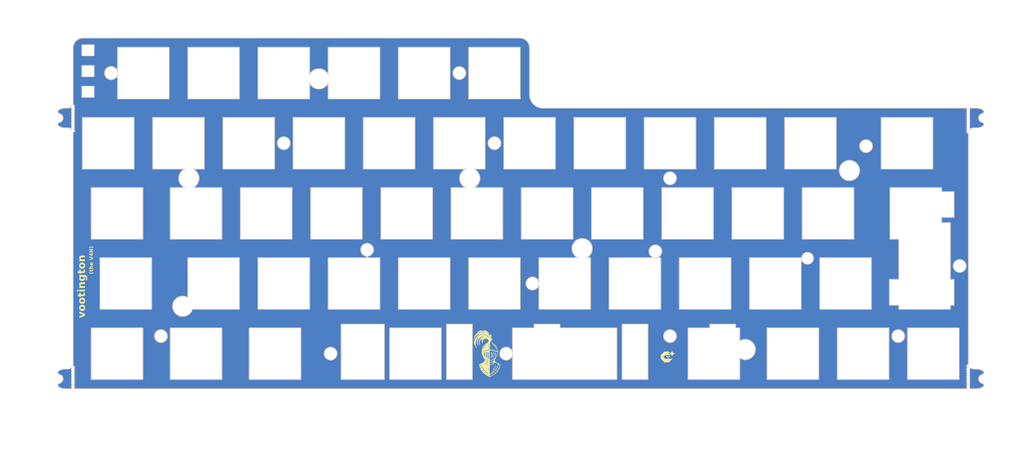
<source format=kicad_pcb>
(kicad_pcb (version 20221018) (generator pcbnew)
  (layers (0 "F.Cu" signal) (31 "B.Cu" signal) (34 "B.Paste" user) (35 "F.Paste" user) (36 "B.SilkS" user "B.Silkscreen") (37 "F.SilkS" user "F.Silkscreen") (38 "B.Mask" user) (39 "F.Mask" user) (44 "Edge.Cuts" user))
  (net 0 "")
  (footprint "cipulot_parts:mousebites_2.5mm" (layer "F.Cu") (at 26.9875 103.98125)
    (fp_text reference "REF**" hide)
    (fp_text value "mousebites 2mm" hide)
    (pad "" np_thru_hole circle (at -0.05 -1.85) (size 0.5 0.5) (drill 0.5) (layers "*.Cu" "*.Mask"))
    (pad "" np_thru_hole circle (at -0.05 -1.11) (size 0.5 0.5) (drill 0.5) (layers "*.Cu" "*.Mask"))
    (pad "" np_thru_hole circle (at -0.05 -0.37) (size 0.5 0.5) (drill 0.5) (layers "*.Cu" "*.Mask"))
    (pad "" np_thru_hole circle (at -0.05 0.37) (size 0.5 0.5) (drill 0.5) (layers "*.Cu" "*.Mask"))
    (pad "" np_thru_hole circle (at -0.05 1.11) (size 0.5 0.5) (drill 0.5) (layers "*.Cu" "*.Mask"))
    (pad "" np_thru_hole circle (at -0.05 1.11) (size 0.5 0.5) (drill 0.5) (layers "*.Cu" "*.Mask"))
    (pad "" np_thru_hole circle (at -0.05 1.85) (size 0.5 0.5) (drill 0.5) (layers "*.Cu" "*.Mask"))
    (pad "" np_thru_hole circle (at -0.05 2.561) (size 0.5 0.5) (drill 0.5) (layers "*.Cu" "*.Mask"))
    (pad "" np_thru_hole circle (at -0.05 3.349) (size 0.5 0.5) (drill 0.5) (layers "*.Cu" "*.Mask"))
    (pad "" np_thru_hole circle (at -0.05 4.137) (size 0.5 0.5) (drill 0.5) (layers "*.Cu" "*.Mask"))
  )
  (footprint "LOGO" (layer "F.Cu") (at 140.039996 98.424999)
    (fp_text reference "G***" hide)
    (fp_text value "LOGO" hide)
  )
  (footprint "LOGO" (layer "F.Cu") (at 188.11875 99.21875)
    (fp_text reference "G***" hide)
    (fp_text value "LOGO" hide)
  )
  (footprint "cipulot_parts:mousebites_2.5mm" (layer "F.Cu") (at 269.875 34.751)
    (fp_text reference "REF**" hide)
    (fp_text value "mousebites 2mm" hide)
    (pad "" np_thru_hole circle (at -0.05 -2.561) (size 0.5 0.5) (drill 0.5) (layers "F&B.Cu" "*.Mask"))
    (pad "" np_thru_hole circle (at -0.05 -1.85) (size 0.5 0.5) (drill 0.5) (layers "F&B.Cu" "*.Mask"))
    (pad "" np_thru_hole circle (at -0.05 -1.11) (size 0.5 0.5) (drill 0.5) (layers "F&B.Cu" "*.Mask"))
    (pad "" np_thru_hole circle (at -0.05 -0.37) (size 0.5 0.5) (drill 0.5) (layers "F&B.Cu" "*.Mask"))
    (pad "" np_thru_hole circle (at -0.05 0.37) (size 0.5 0.5) (drill 0.5) (layers "F&B.Cu" "*.Mask"))
    (pad "" np_thru_hole circle (at -0.05 1.11) (size 0.5 0.5) (drill 0.5) (layers "F&B.Cu" "*.Mask"))
    (pad "" np_thru_hole circle (at -0.05 1.11) (size 0.5 0.5) (drill 0.5) (layers "F&B.Cu" "*.Mask"))
    (pad "" np_thru_hole circle (at -0.05 1.85) (size 0.5 0.5) (drill 0.5) (layers "F&B.Cu" "*.Mask"))
    (pad "" np_thru_hole circle (at -0.05 2.561) (size 0.5 0.5) (drill 0.5) (layers "F&B.Cu" "*.Mask"))
    (pad "" np_thru_hole circle (at -0.05 3.349) (size 0.5 0.5) (drill 0.5) (layers "F&B.Cu" "*.Mask"))
  )
  (footprint "cipulot_parts:mousebites_2.5mm" (layer "F.Cu") (at 269.875 103.665)
    (fp_text reference "REF**" hide)
    (fp_text value "mousebites 2mm" hide)
    (pad "" np_thru_hole circle (at -0.05 -1.85) (size 0.5 0.5) (drill 0.5) (layers "*.Cu" "*.Mask"))
    (pad "" np_thru_hole circle (at -0.05 -1.11) (size 0.5 0.5) (drill 0.5) (layers "*.Cu" "*.Mask"))
    (pad "" np_thru_hole circle (at -0.05 -0.37) (size 0.5 0.5) (drill 0.5) (layers "*.Cu" "*.Mask"))
    (pad "" np_thru_hole circle (at -0.05 0.37) (size 0.5 0.5) (drill 0.5) (layers "*.Cu" "*.Mask"))
    (pad "" np_thru_hole circle (at -0.05 1.11) (size 0.5 0.5) (drill 0.5) (layers "*.Cu" "*.Mask"))
    (pad "" np_thru_hole circle (at -0.05 1.11) (size 0.5 0.5) (drill 0.5) (layers "*.Cu" "*.Mask"))
    (pad "" np_thru_hole circle (at -0.05 1.85) (size 0.5 0.5) (drill 0.5) (layers "*.Cu" "*.Mask"))
    (pad "" np_thru_hole circle (at -0.05 2.561) (size 0.5 0.5) (drill 0.5) (layers "*.Cu" "*.Mask"))
    (pad "" np_thru_hole circle (at -0.05 3.349) (size 0.5 0.5) (drill 0.5) (layers "*.Cu" "*.Mask"))
    (pad "" np_thru_hole circle (at -0.05 4.137) (size 0.5 0.5) (drill 0.5) (layers "*.Cu" "*.Mask"))
  )
  (footprint "cipulot_parts:mousebites_2.5mm" (layer "F.Cu") (at 26.9875 33.76125)
    (fp_text reference "REF**" hide)
    (fp_text value "mousebites 2mm" hide)
    (pad "" np_thru_hole circle (at -0.05 -2.561) (size 0.5 0.5) (drill 0.5) (layers "*.Cu" "*.Mask"))
    (pad "" np_thru_hole circle (at -0.05 -1.85) (size 0.5 0.5) (drill 0.5) (layers "*.Cu" "*.Mask"))
    (pad "" np_thru_hole circle (at -0.05 -1.11) (size 0.5 0.5) (drill 0.5) (layers "*.Cu" "*.Mask"))
    (pad "" np_thru_hole circle (at -0.05 -0.37) (size 0.5 0.5) (drill 0.5) (layers "*.Cu" "*.Mask"))
    (pad "" np_thru_hole circle (at -0.05 0.37) (size 0.5 0.5) (drill 0.5) (layers "*.Cu" "*.Mask"))
    (pad "" np_thru_hole circle (at -0.05 1.11) (size 0.5 0.5) (drill 0.5) (layers "*.Cu" "*.Mask"))
    (pad "" np_thru_hole circle (at -0.05 1.11) (size 0.5 0.5) (drill 0.5) (layers "*.Cu" "*.Mask"))
    (pad "" np_thru_hole circle (at -0.05 1.85) (size 0.5 0.5) (drill 0.5) (layers "*.Cu" "*.Mask"))
    (pad "" np_thru_hole circle (at -0.05 2.561) (size 0.5 0.5) (drill 0.5) (layers "*.Cu" "*.Mask"))
    (pad "" np_thru_hole circle (at -0.05 3.349) (size 0.5 0.5) (drill 0.5) (layers "*.Cu" "*.Mask"))
    (pad "" np_thru_hole circle (at -0.05 4.137) (size 0.5 0.5) (drill 0.5) (layers "*.Cu" "*.Mask"))
  )
  (gr_line (start 124.475 67.33125) (end 110.475 67.33125) (stroke (width 0.2)) (layer "Edge.Cuts"))
  (gr_line (start 129.2375 15.23125) (end 129.2375 29.23125) (stroke (width 0.2)) (layer "Edge.Cuts"))
  (gr_line (start 88.75625 91.43125) (end 88.75625 105.43125) (stroke (width 0.2)) (layer "Edge.Cuts"))
  (gr_line (start 205.725 67.33125) (end 205.725 53.33125) (stroke (width 0.2)) (layer "Edge.Cuts"))
  (gr_line (start 167.3375 72.38125) (end 166.274524 72.38125) (stroke (width 0.2)) (layer "Edge.Cuts"))
  (gr_arc (start 273.842447 103.169854) (mid 274.021946 103.679919) (end 273.632463 104.055005) (stroke (width 0.2)) (layer "Edge.Cuts"))
  (gr_line (start 25.4875 102.60625) (end 24.6625 102.60625) (stroke (width 0.2)) (layer "Edge.Cuts"))
  (gr_line (start 234.0125 34.28125) (end 234.0125 48.28125) (stroke (width 0.2)) (layer "Edge.Cuts"))
  (gr_arc (start 26.9875 30.25625) (mid 26.54816 31.31691) (end 25.4875 31.75625) (stroke (width 0.2)) (layer "Edge.Cuts"))
  (gr_line (start 157.8125 34.28125) (end 157.8125 48.28125) (stroke (width 0.2)) (layer "Edge.Cuts"))
  (gr_line (start 110.475 67.33125) (end 110.475 53.33125) (stroke (width 0.2)) (layer "Edge.Cuts"))
  (gr_line (start 207.81875 105.43125) (end 207.81875 99.607592) (stroke (width 0.2)) (layer "Edge.Cuts"))
  (gr_arc (start 272.2 31.75625) (mid 273.068228 31.901071) (end 273.842447 32.319854) (stroke (width 0.2)) (layer "Edge.Cuts"))
  (gr_line (start 220.0125 48.28125) (end 220.0125 34.28125) (stroke (width 0.2)) (layer "Edge.Cuts"))
  (gr_line (start 264.96875 76.85625) (end 264.96875 72.38125) (stroke (width 0.2)) (layer "Edge.Cuts"))
  (gr_line (start 175.91925 90.43125) (end 182.91925 90.43125) (stroke (width 0.2)) (layer "Edge.Cuts"))
  (gr_line (start 264.96875 86.38125) (end 264.96875 85.29425) (stroke (width 0.2)) (layer "Edge.Cuts"))
  (gr_line (start 210.4875 86.38125) (end 224.4875 86.38125) (stroke (width 0.2)) (layer "Edge.Cuts"))
  (gr_line (start 250.96875 72.38125) (end 250.96875 76.85625) (stroke (width 0.2)) (layer "Edge.Cuts"))
  (gr_line (start 124.7625 48.28125) (end 133.499223 48.28125) (stroke (width 0.2)) (layer "Edge.Cuts"))
  (gr_arc (start 273.632463 106.507495) (mid 274.021946 106.882581) (end 273.842447 107.392646) (stroke (width 0.2)) (layer "Edge.Cuts"))
  (gr_line (start 264.96875 72.38125) (end 264.96875 62.85625) (stroke (width 0.2)) (layer "Edge.Cuts"))
  (gr_line (start 181.625 67.33125) (end 167.625 67.33125) (stroke (width 0.2)) (layer "Edge.Cuts"))
  (gr_line (start 146.188843 98.130496) (end 146.19375 91.43125) (stroke (width 0.2)) (layer "Edge.Cuts"))
  (gr_arc (start 26.9875 15.38125) (mid 27.770989 13.489739) (end 29.6625 12.70625) (stroke (width 0.2)) (layer "Edge.Cuts"))
  (gr_line (start 184.686172 72.371568) (end 172.3875 72.38125) (stroke (width 0.2)) (layer "Edge.Cuts"))
  (gr_line (start 124.475 53.33125) (end 124.475 67.33125) (stroke (width 0.2)) (layer "Edge.Cuts"))
  (gr_line (start 67.325 91.43125) (end 67.325 105.43125) (stroke (width 0.2)) (layer "Edge.Cuts"))
  (gr_line (start 100.6625 48.28125) (end 86.6625 48.28125) (stroke (width 0.2)) (layer "Edge.Cuts"))
  (gr_line (start 148.2875 15.23125) (end 148.2875 29.23125) (stroke (width 0.2)) (layer "Edge.Cuts"))
  (gr_line (start 199.69375 90.43125) (end 206.69375 90.43125) (stroke (width 0.2)) (layer "Edge.Cuts"))
  (gr_rect (start 29.368749 20.168466) (end 32.650571 23.176536) (stroke (width 0.1)) (fill none) (layer "Edge.Cuts"))
  (gr_line (start 229.25 91.43125) (end 229.25 105.43125) (stroke (width 0.2)) (layer "Edge.Cuts"))
  (gr_line (start 162.8625 48.28125) (end 162.8625 34.28125) (stroke (width 0.2)) (layer "Edge.Cuts"))
  (gr_line (start 182.91925 90.43125) (end 182.91925 105.43125) (stroke (width 0.2)) (layer "Edge.Cuts"))
  (gr_line (start 174.48125 91.43125) (end 174.48125 105.43125) (stroke (width 0.2)) (layer "Edge.Cuts"))
  (gr_line (start 146.19375 105.43125) (end 146.197378 98.664144) (stroke (width 0.2)) (layer "Edge.Cuts"))
  (gr_line (start 72.375 67.33125) (end 72.375 53.33125) (stroke (width 0.2)) (layer "Edge.Cuts"))
  (gr_line (start 110.1875 86.38125) (end 110.1875 72.38125) (stroke (width 0.2)) (layer "Edge.Cuts"))
  (gr_line (start 31.89375 105.43125) (end 31.89375 91.43125) (stroke (width 0.2)) (layer "Edge.Cuts"))
  (gr_circle (center 188.9125 93.6625) (end 187.1625 93.6625) (stroke (width 0.2)) (fill none) (layer "Edge.Cuts"))
  (gr_circle (center 267.49375 74.6125) (end 265.74375 74.6125) (stroke (width 0.2)) (fill none) (layer "Edge.Cuts"))
  (gr_line (start 220.0125 34.28125) (end 234.0125 34.28125) (stroke (width 0.2)) (layer "Edge.Cuts"))
  (gr_line (start 45.89375 91.43125) (end 45.89375 105.43125) (stroke (width 0.2)) (layer "Edge.Cuts"))
  (gr_line (start 34.275 72.38125) (end 34.275 86.38125) (stroke (width 0.2)) (layer "Edge.Cuts"))
  (gr_line (start 134.2875 72.38125) (end 134.2875 86.38125) (stroke (width 0.2)) (layer "Edge.Cuts"))
  (gr_arc (start 163.875066 72.38125) (mid 165.074795 67.15675) (end 166.274524 72.38125) (stroke (width 0.2)) (layer "Edge.Cuts"))
  (gr_line (start 260.20625 34.28125) (end 260.20625 48.28125) (stroke (width 0.2)) (layer "Edge.Cuts"))
  (gr_line (start 200.675 67.33125) (end 186.675 67.33125) (stroke (width 0.2)) (layer "Edge.Cuts"))
  (gr_line (start 238.775 67.33125) (end 224.775 67.33125) (stroke (width 0.2)) (layer "Edge.Cuts"))
  (gr_line (start 224.775 67.33125) (end 224.775 53.33125) (stroke (width 0.2)) (layer "Edge.Cuts"))
  (gr_line (start 234.3 91.43125) (end 248.3 91.43125) (stroke (width 0.2)) (layer "Edge.Cuts"))
  (gr_line (start 186.675 53.33125) (end 200.675 53.33125) (stroke (width 0.2)) (layer "Edge.Cuts"))
  (gr_line (start 206.69375 91.43125) (end 207.81875 91.43125) (stroke (width 0.2)) (layer "Edge.Cuts"))
  (gr_line (start 224.4875 86.38125) (end 224.4875 72.38125) (stroke (width 0.2)) (layer "Edge.Cuts"))
  (gr_line (start 157.8125 48.28125) (end 143.8125 48.28125) (stroke (width 0.2)) (layer "Edge.Cuts"))
  (gr_line (start 172.3875 72.38125) (end 172.3875 86.38125) (stroke (width 0.2)) (layer "Edge.Cuts"))
  (gr_line (start 48.275 72.38125) (end 34.275 72.38125) (stroke (width 0.2)) (layer "Edge.Cuts"))
  (gr_line (start 129.2375 72.38125) (end 115.2375 72.38125) (stroke (width 0.2)) (layer "Edge.Cuts"))
  (gr_arc (start 273.632463 35.657495) (mid 274.021946 36.032581) (end 273.842447 36.542646) (stroke (width 0.2)) (layer "Edge.Cuts"))
  (gr_line (start 272.2 31.75625) (end 154.4875 31.75625) (stroke (width 0.2)) (layer "Edge.Cuts"))
  (gr_line (start 115.2375 29.23125) (end 115.2375 15.23125) (stroke (width 0.2)) (layer "Edge.Cuts"))
  (gr_arc (start 24.6625 107.95625) (mid 23.794272 107.811429) (end 23.020053 107.392646) (stroke (width 0.2)) (layer "Edge.Cuts"))
  (gr_line (start 25.4875 31.75625) (end 24.6625 31.75625) (stroke (width 0.2)) (layer "Edge.Cuts"))
  (gr_line (start 167.625 53.33125) (end 181.625 53.33125) (stroke (width 0.2)) (layer "Edge.Cuts"))
  (gr_line (start 234.3 105.43125) (end 234.3 91.43125) (stroke (width 0.2)) (layer "Edge.Cuts"))
  (gr_line (start 163.875066 72.38125) (end 153.3375 72.38125) (stroke (width 0.2)) (layer "Edge.Cuts"))
  (gr_arc (start 269.875 38.60625) (mid 270.31434 37.54559) (end 271.375 37.10625) (stroke (width 0.2)) (layer "Edge.Cuts"))
  (gr_line (start 24.6625 37.10625) (end 25.4875 37.10625) (stroke (width 0.2)) (layer "Edge.Cuts"))
  (gr_line (start 110.1875 15.23125) (end 110.1875 29.23125) (stroke (width 0.2)) (layer "Edge.Cuts"))
  (gr_line (start 214.9625 34.28125) (end 214.9625 48.28125) (stroke (width 0.2)) (layer "Edge.Cuts"))
  (gr_line (start 135.67578 48.28125) (end 138.7625 48.28125) (stroke (width 0.2)) (layer "Edge.Cuts"))
  (gr_line (start 91.1375 86.38125) (end 91.1375 72.38125) (stroke (width 0.2)) (layer "Edge.Cuts"))
  (gr_arc (start 96.185253 24.882807) (mid 93.659491 26.542211) (end 91.135253 24.88049) (stroke (width 0.2)) (layer "Edge.Cuts"))
  (gr_line (start 176.8625 48.28125) (end 162.8625 48.28125) (stroke (width 0.2)) (layer "Edge.Cuts"))
  (gr_line (start 111.41825 105.43125) (end 99.69375 105.43125) (stroke (width 0.2)) (layer "Edge.Cuts"))
  (gr_line (start 143.525 53.33125) (end 135.678098 53.33125) (stroke (width 0.2)) (layer "Edge.Cuts"))
  (gr_line (start 53.0375 15.23125) (end 53.0375 29.23125) (stroke (width 0.2)) (layer "Edge.Cuts"))
  (gr_line (start 96.1875 15.23125) (end 96.171559 22.699851) (stroke (width 0.2)) (layer "Edge.Cuts"))
  (gr_line (start 77.1375 72.38125) (end 77.1375 86.38125) (stroke (width 0.2)) (layer "Edge.Cuts"))
  (gr_line (start 148.2875 29.23125) (end 134.2875 29.23125) (stroke (width 0.2)) (layer "Edge.Cuts"))
  (gr_arc (start 23.020053 32.319854) (mid 23.794272 31.901071) (end 24.6625 31.75625) (stroke (width 0.2)) (layer "Edge.Cuts"))
  (gr_line (start 31.89375 53.33125) (end 45.89375 53.33125) (stroke (width 0.2)) (layer "Edge.Cuts"))
  (gr_arc (start 146.197378 98.664144) (mid 142.711441 98.453007) (end 146.188843 98.130496) (stroke (width 0.2)) (layer "Edge.Cuts"))
  (gr_line (start 260.20625 48.28125) (end 246.20625 48.28125) (stroke (width 0.2)) (layer "Edge.Cuts"))
  (gr_line (start 129.525 53.33125) (end 129.525 67.33125) (stroke (width 0.2)) (layer "Edge.Cuts"))
  (gr_line (start 269.875 101.10625) (end 269.875 38.60625) (stroke (width 0.2)) (layer "Edge.Cuts"))
  (gr_line (start 214.9625 48.28125) (end 200.9625 48.28125) (stroke (width 0.2)) (layer "Edge.Cuts"))
  (gr_line (start 67.6125 48.28125) (end 67.6125 34.28125) (stroke (width 0.2)) (layer "Edge.Cuts"))
  (gr_line (start 246.20625 48.28125) (end 246.20625 34.28125) (stroke (width 0.2)) (layer "Edge.Cuts"))
  (gr_line (start 74.75625 105.43125) (end 74.75625 91.43125) (stroke (width 0.2)) (layer "Edge.Cuts"))
  (gr_line (start 77.1375 86.38125) (end 91.1375 86.38125) (stroke (width 0.2)) (layer "Edge.Cuts"))
  (gr_line (start 96.1875 72.38125) (end 96.1875 86.38125) (stroke (width 0.2)) (layer "Edge.Cuts"))
  (gr_line (start 34.275 86.38125) (end 48.275 86.38125) (stroke (width 0.2)) (layer "Edge.Cuts"))
  (gr_arc (start 272.2 102.60625) (mid 273.068228 102.751071) (end 273.842447 103.169854) (stroke (width 0.2)) (layer "Edge.Cuts"))
  (gr_line (start 43.5125 34.28125) (end 43.5125 48.28125) (stroke (width 0.2)) (layer "Edge.Cuts"))
  (gr_line (start 100.6625 34.28125) (end 100.6625 48.28125) (stroke (width 0.2)) (layer "Edge.Cuts"))
  (gr_arc (start 148.1375 12.70625) (mid 150.029011 13.489739) (end 150.8125 15.38125) (stroke (width 0.2)) (layer "Edge.Cuts"))
  (gr_line (start 91.1375 29.23125) (end 77.1375 29.23125) (stroke (width 0.2)) (layer "Edge.Cuts"))
  (gr_line (start 224.4875 72.38125) (end 210.4875 72.38125) (stroke (width 0.2)) (layer "Edge.Cuts"))
  (gr_line (start 39.0375 29.23125) (end 39.038746 22.676493) (stroke (width 0.2)) (layer "Edge.Cuts"))
  (gr_line (start 74.75625 91.43125) (end 88.75625 91.43125) (stroke (width 0.2)) (layer "Edge.Cuts"))
  (gr_line (start 148.575 53.33125) (end 162.575 53.33125) (stroke (width 0.2)) (layer "Edge.Cuts"))
  (gr_arc (start 91.121559 22.702169) (mid 93.645797 21.040448) (end 96.171559 22.699851) (stroke (width 0.2)) (layer "Edge.Cuts"))
  (gr_line (start 253.35 105.43125) (end 253.35 91.43125) (stroke (width 0.2)) (layer "Edge.Cuts"))
  (gr_line (start 72.0875 15.23125) (end 72.0875 29.23125) (stroke (width 0.2)) (layer "Edge.Cuts"))
  (gr_line (start 186.3875 72.38125) (end 185.156467 72.377663) (stroke (width 0.2)) (layer "Edge.Cuts"))
  (gr_line (start 105.7125 48.28125) (end 105.7125 34.28125) (stroke (width 0.2)) (layer "Edge.Cuts"))
  (gr_line (start 126.85625 91.43125) (end 126.85625 105.43125) (stroke (width 0.2)) (layer "Edge.Cuts"))
  (gr_line (start 238.775 53.33125) (end 238.775 67.33125) (stroke (width 0.2)) (layer "Edge.Cuts"))
  (gr_line (start 48.5625 48.28125) (end 48.5625 34.28125) (stroke (width 0.2)) (layer "Edge.Cuts"))
  (gr_line (start 105.7125 34.28125) (end 119.7125 34.28125) (stroke (width 0.2)) (layer "Edge.Cuts"))
  (gr_line (start 152.04325 90.43125) (end 159.04325 90.43125) (stroke (width 0.2)) (layer "Edge.Cuts"))
  (gr_line (start 77.1375 29.23125) (end 77.1375 15.23125) (stroke (width 0.2)) (layer "Edge.Cuts"))
  (gr_line (start 119.7125 48.28125) (end 105.7125 48.28125) (stroke (width 0.2)) (layer "Edge.Cuts"))
  (gr_line (start 31.89375 67.33125) (end 31.89375 53.33125) (stroke (width 0.2)) (layer "Edge.Cuts"))
  (gr_line (start 86.375 67.33125) (end 72.375 67.33125) (stroke (width 0.2)) (layer "Edge.Cuts"))
  (gr_line (start 191.4375 72.38125) (end 191.4375 86.38125) (stroke (width 0.2)) (layer "Edge.Cuts"))
  (gr_line (start 39.039239 21.775404) (end 39.0375 15.23125) (stroke (width 0.2)) (layer "Edge.Cuts"))
  (gr_circle (center 96.8375 98.425) (end 95.0875 98.425) (stroke (width 0.2)) (fill none) (layer "Edge.Cuts"))
  (gr_line (start 253.35 91.43125) (end 267.35 91.43125) (stroke (width 0.2)) (layer "Edge.Cuts"))
  (gr_line (start 126.85625 105.43125) (end 112.85625 105.43125) (stroke (width 0.2)) (layer "Edge.Cuts"))
  (gr_line (start 148.575 67.33125) (end 148.575 53.33125) (stroke (width 0.2)) (layer "Edge.Cuts"))
  (gr_line (start 143.8125 34.28125) (end 157.8125 34.28125) (stroke (width 0.2)) (layer "Edge.Cuts"))
  (gr_line (start 81.6125 48.28125) (end 67.6125 48.28125) (stroke (width 0.2)) (layer "Edge.Cuts"))
  (gr_line (start 53.325 105.43125) (end 53.325 91.43125) (stroke (width 0.2)) (layer "Edge.Cuts"))
  (gr_line (start 112.85625 105.43125) (end 112.85625 91.43125) (stroke (width 0.2)) (layer "Edge.Cuts"))
  (gr_line (start 53.325 67.33125) (end 53.325 53.33125) (stroke (width 0.2)) (layer "Edge.Cuts"))
  (gr_line (start 124.7625 48.28125) (end 124.7625 34.28125) (stroke (width 0.2)) (layer "Edge.Cuts"))
  (gr_line (start 264.96875 62.85625) (end 262.5875 62.85625) (stroke (width 0.2)) (layer "Edge.Cuts"))
  (gr_line (start 248.3 91.43125) (end 248.3 105.43125) (stroke (width 0.2)) (layer "Edge.Cuts"))
  (gr_arc (start 23.020053 103.169854) (mid 23.794272 102.751071) (end 24.6625 102.60625) (stroke (width 0.2)) (layer "Edge.Cuts"))
  (gr_line (start 265.96875 78.29425) (end 264.96875 78.29425) (stroke (width 0.2)) (layer "Edge.Cuts"))
  (gr_line (start 229.5375 86.38125) (end 243.5375 86.38125) (stroke (width 0.2)) (layer "Edge.Cuts"))
  (gr_line (start 246.20625 34.28125) (end 260.20625 34.28125) (stroke (width 0.2)) (layer "Edge.Cuts"))
  (gr_line (start 150.8125 28.08125) (end 150.8125 15.38125) (stroke (width 0.2)) (layer "Edge.Cuts"))
  (gr_line (start 134.2875 29.23125) (end 134.2875 15.23125) (stroke (width 0.2)) (layer "Edge.Cuts"))
  (gr_line (start 152.04325 91.43125) (end 152.04325 90.43125) (stroke (width 0.2)) (layer "Edge.Cuts"))
  (gr_line (start 72.0875 29.23125) (end 58.0875 29.23125) (stroke (width 0.2)) (layer "Edge.Cuts"))
  (gr_line (start 264.96875 78.29425) (end 264.96875 76.85625) (stroke (width 0.2)) (layer "Edge.Cuts"))
  (gr_line (start 111.41825 90.43125) (end 111.41825 105.43125) (stroke (width 0.2)) (layer "Edge.Cuts"))
  (gr_line (start 99.69375 90.43125) (end 111.41825 90.43125) (stroke (width 0.2)) (layer "Edge.Cuts"))
  (gr_line (start 110.1875 72.38125) (end 96.1875 72.38125) (stroke (width 0.2)) (layer "Edge.Cuts"))
  (gr_line (start 250.96875 76.85625) (end 250.971229 78.262205) (stroke (width 0.2)) (layer "Edge.Cuts"))
  (gr_line (start 96.185253 24.882807) (end 96.1875 29.23125) (stroke (width 0.2)) (layer "Edge.Cuts"))
  (gr_line (start 219.725 67.33125) (end 205.725 67.33125) (stroke (width 0.2)) (layer "Edge.Cuts"))
  (gr_line (start 91.425 67.33125) (end 91.425 53.33125) (stroke (width 0.2)) (layer "Edge.Cuts"))
  (gr_arc (start 23.230037 104.055005) (mid 24.2375 105.28125) (end 23.230037 106.507495) (stroke (width 0.2)) (layer "Edge.Cuts"))
  (gr_line (start 205.4375 86.38125) (end 205.4375 72.38125) (stroke (width 0.2)) (layer "Edge.Cuts"))
  (gr_arc (start 23.230037 33.205005) (mid 24.2375 34.43125) (end 23.230037 35.657495) (stroke (width 0.2)) (layer "Edge.Cuts"))
  (gr_circle (center 84.1375 41.275) (end 82.3875 41.275) (stroke (width 0.2)) (fill none) (layer "Edge.Cuts"))
  (gr_line (start 264.96875 85.29425) (end 265.96875 85.29425) (stroke (width 0.2)) (layer "Edge.Cuts"))
  (gr_line (start 206.69375 91.43125) (end 206.69375 90.43125) (stroke (width 0.2)) (layer "Edge.Cuts"))
  (gr_line (start 265.96875 85.29425) (end 265.96875 78.29425) (stroke (width 0.2)) (layer "Edge.Cuts"))
  (gr_line (start 53.325 91.43125) (end 67.325 91.43125) (stroke (width 0.2)) (layer "Edge.Cuts"))
  (gr_line (start 243.5375 86.38125) (end 243.5375 72.38125) (stroke (width 0.2)) (layer "Edge.Cuts"))
  (gr_arc (start 23.230037 33.205005) (mid 22.840555 32.82992) (end 23.020053 32.319854) (stroke (width 0.2)) (layer "Edge.Cuts"))
  (gr_line (start 135.29425 90.43125) (end 135.29425 105.43125) (stroke (width 0.2)) (layer "Edge.Cuts"))
  (gr_line (start 215.25 105.43125) (end 215.25 91.43125) (stroke (width 0.2)) (layer "Edge.Cuts"))
  (gr_line (start 99.69375 105.43125) (end 99.69375 90.43125) (stroke (width 0.2)) (layer "Edge.Cuts"))
  (gr_arc (start 24.6625 37.10625) (mid 23.794272 36.961429) (end 23.020053 36.542646) (stroke (width 0.2)) (layer "Edge.Cuts"))
  (gr_line (start 205.4375 72.38125) (end 191.4375 72.38125) (stroke (width 0.2)) (layer "Edge.Cuts"))
  (gr_line (start 67.325 67.33125) (end 53.325 67.33125) (stroke (width 0.2)) (layer "Edge.Cuts"))
  (gr_line (start 248.44375 85.25625) (end 250.971229 85.262205) (stroke (width 0.2)) (layer "Edge.Cuts"))
  (gr_line (start 112.85625 91.43125) (end 126.85625 91.43125) (stroke (width 0.2)) (layer "Edge.Cuts"))
  (gr_arc (start 59.341663 86.383916) (mid 54.154034 86.569725) (end 58.083332 83.177581) (stroke (width 0.2)) (layer "Edge.Cuts"))
  (gr_line (start 128.29425 90.43125) (end 135.29425 90.43125) (stroke (width 0.2)) (layer "Edge.Cuts"))
  (gr_line (start 129.2375 86.38125) (end 129.2375 72.38125) (stroke (width 0.2)) (layer "Edge.Cuts"))
  (gr_line (start 153.339199 79.665089) (end 153.3375 86.38125) (stroke (width 0.2)) (layer "Edge.Cuts"))
  (gr_line (start 162.575 67.33125) (end 148.575 67.33125) (stroke (width 0.2)) (layer "Edge.Cuts"))
  (gr_line (start 262.5875 62.85625) (end 262.5875 61.41825) (stroke (width 0.2)) (layer "Edge.Cuts"))
  (gr_circle (center 106.735258 70.217525) (end 104.985258 70.217525) (stroke (width 0.2)) (fill none) (layer "Edge.Cuts"))
  (gr_arc (start 207.81875 95.00571) (mid 212.074802 97.306649) (end 207.81875 99.607592) (stroke (width 0.2)) (layer "Edge.Cuts"))
  (gr_line (start 265.96875 61.41825) (end 265.96875 54.41825) (stroke (width 0.2)) (layer "Edge.Cuts"))
  (gr_arc (start 153.339199 79.665089) (mid 149.849193 79.378832) (end 153.337917 79.077354) (stroke (width 0.2)) (layer "Edge.Cuts"))
  (gr_line (start 24.6625 107.95625) (end 272.2 107.95625) (stroke (width 0.2)) (layer "Edge.Cuts"))
  (gr_line (start 162.8625 34.28125) (end 176.8625 34.28125) (stroke (width 0.2)) (layer "Edge.Cuts"))
  (gr_line (start 67.325 53.33125) (end 67.325 67.33125) (stroke (width 0.2)) (layer "Edge.Cuts"))
  (gr_arc (start 59.47578 48.28125) (mid 61.137501 50.805488) (end 59.478098 53.33125) (stroke (width 0.2)) (layer "Edge.Cuts"))
  (gr_line (start 96.1875 86.38125) (end 110.1875 86.38125) (stroke (width 0.2)) (layer "Edge.Cuts"))
  (gr_arc (start 273.842447 36.542646) (mid 273.068228 36.961429) (end 272.2 37.10625) (stroke (width 0.2)) (layer "Edge.Cuts"))
  (gr_line (start 162.575 53.33125) (end 162.575 67.33125) (stroke (width 0.2)) (layer "Edge.Cuts"))
  (gr_line (start 146.19375 91.43125) (end 152.04325 91.43125) (stroke (width 0.2)) (layer "Edge.Cuts"))
  (gr_line (start 159.04325 90.43125) (end 159.04325 91.43125) (stroke (width 0.2)) (layer "Edge.Cuts"))
  (gr_arc (start 184.686172 72.371568) (mid 184.966387 68.896985) (end 185.156467 72.377663) (stroke (width 0.2)) (layer "Edge.Cuts"))
  (gr_line (start 148.2875 72.38125) (end 134.2875 72.38125) (stroke (width 0.2)) (layer "Edge.Cuts"))
  (gr_line (start 199.69375 91.43125) (end 193.81875 91.43125) (stroke (width 0.2)) (layer "Edge.Cuts"))
  (gr_line (start 143.8125 48.28125) (end 143.8125 34.28125) (stroke (width 0.2)) (layer "Edge.Cuts"))
  (gr_arc (start 23.020053 36.542646) (mid 22.840551 36.032579) (end 23.230037 35.657495) (stroke (width 0.2)) (layer "Edge.Cuts"))
  (gr_line (start 29.5125 34.28125) (end 43.5125 34.28125) (stroke (width 0.2)) (layer "Edge.Cuts"))
  (gr_line (start 138.7625 34.28125) (end 138.7625 48.28125) (stroke (width 0.2)) (layer "Edge.Cuts"))
  (gr_line (start 153.3375 86.38125) (end 167.3375 86.38125) (stroke (width 0.2)) (layer "Edge.Cuts"))
  (gr_line (start 88.75625 105.43125) (end 74.75625 105.43125) (stroke (width 0.2)) (layer "Edge.Cuts"))
  (gr_line (start 110.475 53.33125) (end 124.475 53.33125) (stroke (width 0.2)) (layer "Edge.Cuts"))
  (gr_line (start 59.341663 86.383916) (end 72.0875 86.38125) (stroke (width 0.2)) (layer "Edge.Cuts"))
  (gr_line (start 134.2875 86.38125) (end 148.2875 86.38125) (stroke (width 0.2)) (layer "Edge.Cuts"))
  (gr_rect (start 29.374428 25.800966) (end 32.650572 28.809036) (stroke (width 0.1)) (fill none) (layer "Edge.Cuts"))
  (gr_line (start 135.29425 105.43125) (end 128.29425 105.43125) (stroke (width 0.2)) (layer "Edge.Cuts"))
  (gr_circle (center 188.9125 50.8) (end 187.1625 50.8) (stroke (width 0.2)) (fill none) (layer "Edge.Cuts"))
  (gr_line (start 248.5875 67.33125) (end 250.96875 67.33125) (stroke (width 0.2)) (layer "Edge.Cuts"))
  (gr_line (start 186.3875 86.38125) (end 186.3875 72.38125) (stroke (width 0.2)) (layer "Edge.Cuts"))
  (gr_line (start 72.0875 86.38125) (end 72.0875 72.38125) (stroke (width 0.2)) (layer "Edge.Cuts"))
  (gr_line (start 210.4875 72.38125) (end 210.4875 86.38125) (stroke (width 0.2)) (layer "Edge.Cuts"))
  (gr_line (start 195.9125 48.28125) (end 181.9125 48.28125) (stroke (width 0.2)) (layer "Edge.Cuts"))
  (gr_line (start 248.44375 78.25625) (end 248.44375 85.25625) (stroke (width 0.2)) (layer "Edge.Cuts"))
  (gr_line (start 86.375 53.33125) (end 86.375 67.33125) (stroke (width 0.2)) (layer "Edge.Cuts"))
  (gr_line (start 224.775 53.33125) (end 238.775 53.33125) (stroke (width 0.2)) (layer "Edge.Cuts"))
  (gr_line (start 193.81875 105.43125) (end 207.81875 105.43125) (stroke (width 0.2)) (layer "Edge.Cuts"))
  (gr_line (start 96.1875 15.23125) (end 110.1875 15.23125) (stroke (width 0.2)) (layer "Edge.Cuts"))
  (gr_line (start 229.25 105.43125) (end 215.25 105.43125) (stroke (width 0.2)) (layer "Edge.Cuts"))
  (gr_line (start 250.971229 85.262205) (end 250.96875 86.38125) (stroke (width 0.2)) (layer "Edge.Cuts"))
  (gr_line (start 43.5125 48.28125) (end 29.5125 48.28125) (stroke (width 0.2)) (layer "Edge.Cuts"))
  (gr_line (start 124.7625 34.28125) (end 138.7625 34.28125) (stroke (width 0.2)) (layer "Edge.Cuts"))
  (gr_line (start 134.2875 15.23125) (end 148.2875 15.23125) (stroke (width 0.2)) (layer "Edge.Cuts"))
  (gr_line (start 57.296906 53.33125) (end 53.325 53.33125) (stroke (width 0.2)) (layer "Edge.Cuts"))
  (gr_arc (start 133.496906 53.33125) (mid 131.837502 50.805488) (end 133.499223 48.28125) (stroke (width 0.2)) (layer "Edge.Cuts"))
  (gr_line (start 182.91925 105.43125) (end 175.91925 105.43125) (stroke (width 0.2)) (layer "Edge.Cuts"))
  (gr_arc (start 26.9875 101.10625) (mid 26.54816 102.16691) (end 25.4875 102.60625) (stroke (width 0.2)) (layer "Edge.Cuts"))
  (gr_circle (center 250.825 93.6625) (end 249.075 93.6625) (stroke (width 0.2)) (fill none) (layer "Edge.Cuts"))
  (gr_line (start 234.0125 48.28125) (end 220.0125 48.28125) (stroke (width 0.2)) (layer "Edge.Cuts"))
  (gr_line (start 67.325 53.33125) (end 59.478098 53.33125) (stroke (width 0.2)) (layer "Edge.Cuts"))
  (gr_circle (center 131.7625 22.225) (end 130.0125 22.225) (stroke (width 0.2)) (fill none) (layer "Edge.Cuts"))
  (gr_line (start 72.0875 72.38125) (end 58.0875 72.38125) (stroke (width 0.2)) (layer "Edge.Cuts"))
  (gr_circle (center 237.585488 48.687944) (end 234.835488 48.687944) (stroke (width 0.2)) (fill none) (layer "Edge.Cuts"))
  (gr_line (start 45.89375 67.33125) (end 31.89375 67.33125) (stroke (width 0.2)) (layer "Edge.Cuts"))
  (gr_line (start 267.35 91.43125) (end 267.35 105.43125) (stroke (width 0.2)) (layer "Edge.Cuts"))
  (gr_line (start 248.3 105.43125) (end 234.3 105.43125) (stroke (width 0.2)) (layer "Edge.Cuts"))
  (gr_line (start 148.1375 12.70625) (end 29.6625 12.70625) (stroke (width 0.2)) (layer "Edge.Cuts"))
  (gr_arc (start 271.375 102.60625) (mid 270.31434 102.16691) (end 269.875 101.10625) (stroke (width 0.2)) (layer "Edge.Cuts"))
  (gr_line (start 200.9625 34.28125) (end 214.9625 34.28125) (stroke (width 0.2)) (layer "Edge.Cuts"))
  (gr_arc (start 25.4875 37.10625) (mid 26.54816 37.54559) (end 26.9875 38.60625) (stroke (width 0.2)) (layer "Edge.Cuts"))
  (gr_line (start 115.2375 72.38125) (end 115.2375 86.38125) (stroke (width 0.2)) (layer "Edge.Cuts"))
  (gr_line (start 262.5875 53.33125) (end 248.5875 53.33125) (stroke (width 0.2)) (layer "Edge.Cuts"))
  (gr_line (start 26.9875 15.38125) (end 26.9875 30.25625) (stroke (width 0.2)) (layer "Edge.Cuts"))
  (gr_arc (start 23.020053 107.392646) (mid 22.840551 106.882579) (end 23.230037 106.507495) (stroke (width 0.2)) (layer "Edge.Cuts"))
  (gr_arc (start 273.632463 106.507495) (mid 272.625 105.28125) (end 273.632463 104.055005) (stroke (width 0.2)) (layer "Edge.Cuts"))
  (gr_line (start 58.0875 72.38125) (end 58.083332 83.177581) (stroke (width 0.2)) (layer "Edge.Cuts"))
  (gr_line (start 181.625 53.33125) (end 181.625 67.33125) (stroke (width 0.2)) (layer "Edge.Cuts"))
  (gr_line (start 207.81875 95.00571) (end 207.81875 91.43125) (stroke (width 0.2)) (layer "Edge.Cuts"))
  (gr_circle (center 226.21875 72.523707) (end 225.607247 71.029831) (stroke (width 0.1)) (fill none) (layer "Edge.Cuts"))
  (gr_arc (start 23.230037 104.055005) (mid 22.840555 103.67992) (end 23.020053 103.169854) (stroke (width 0.2)) (layer "Edge.Cuts"))
  (gr_line (start 215.25 91.43125) (end 229.25 91.43125) (stroke (width 0.2)) (layer "Edge.Cuts"))
  (gr_line (start 31.89375 91.43125) (end 45.89375 91.43125) (stroke (width 0.2)) (layer "Edge.Cuts"))
  (gr_line (start 58.0875 29.23125) (end 58.0875 15.23125) (stroke (width 0.2)) (layer "Edge.Cuts"))
  (gr_line (start 128.29425 105.43125) (end 128.29425 90.43125) (stroke (width 0.2)) (layer "Edge.Cuts"))
  (gr_line (start 48.5625 34.28125) (end 62.5625 34.28125) (stroke (width 0.2)) (layer "Edge.Cuts"))
  (gr_line (start 167.3375 86.38125) (end 167.3375 72.38125) (stroke (width 0.2)) (layer "Edge.Cuts"))
  (gr_line (start 200.675 53.33125) (end 200.675 67.33125) (stroke (width 0.2)) (layer "Edge.Cuts"))
  (gr_line (start 58.0875 15.23125) (end 72.0875 15.23125) (stroke (width 0.2)) (layer "Edge.Cuts"))
  (gr_circle (center 141.2875 41.275) (end 139.5375 41.275) (stroke (width 0.2)) (fill none) (layer "Edge.Cuts"))
  (gr_line (start 248.5875 53.33125) (end 248.5875 67.33125) (stroke (width 0.2)) (layer "Edge.Cuts"))
  (gr_line (start 153.3375 72.38125) (end 153.337917 79.077354) (stroke (width 0.2)) (layer "Edge.Cuts"))
  (gr_line (start 243.5375 72.38125) (end 229.5375 72.38125) (stroke (width 0.2)) (layer "Edge.Cuts"))
  (gr_arc (start 39.038746 22.676493) (mid 35.51589 22.22402) (end 39.039239 21.775404) (stroke (width 0.2)) (layer "Edge.Cuts"))
  (gr_line (start 115.2375 15.23125) (end 129.2375 15.23125) (stroke (width 0.2)) (layer "Edge.Cuts"))
  (gr_line (start 91.1375 29.23125) (end 91.135253 24.88049) (stroke (width 0.2)) (layer "Edge.Cuts"))
  (gr_line (start 186.675 67.33125) (end 186.675 53.33125) (stroke (width 0.2)) (layer "Edge.Cuts"))
  (gr_line (start 110.1875 29.23125) (end 96.1875 29.23125) (stroke (width 0.2)) (layer "Edge.Cuts"))
  (gr_line (start 265.96875 54.41825) (end 262.5875 54.41825) (stroke (width 0.2)) (layer "Edge.Cuts"))
  (gr_line (start 248.44375 78.25625) (end 250.971229 78.262205) (stroke (width 0.2)) (layer "Edge.Cuts"))
  (gr_line (start 91.121559 22.702169) (end 91.1375 15.23125) (stroke (width 0.2)) (layer "Edge.Cuts"))
  (gr_arc (start 135.67578 48.28125) (mid 137.337501 50.805488) (end 135.678098 53.33125) (stroke (width 0.2)) (layer "Edge.Cuts"))
  (gr_line (start 193.81875 105.43125) (end 193.81875 91.43125) (stroke (width 0.2)) (layer "Edge.Cuts"))
  (gr_line (start 105.425 53.33125) (end 105.425 67.33125) (stroke (width 0.2)) (layer "Edge.Cuts"))
  (gr_line (start 81.6125 34.28125) (end 81.6125 48.28125) (stroke (width 0.2)) (layer "Edge.Cuts"))
  (gr_arc (start 57.296906 53.33125) (mid 55.637502 50.805488) (end 57.299223 48.28125) (stroke (width 0.2)) (layer "Edge.Cuts"))
  (gr_line (start 191.4375 86.38125) (end 205.4375 86.38125) (stroke (width 0.2)) (layer "Edge.Cuts"))
  (gr_line (start 271.375 37.10625) (end 272.2 37.10625) (stroke (width 0.2)) (layer "Edge.Cuts"))
  (gr_line (start 86.6625 48.28125) (end 86.6625 34.28125) (stroke (width 0.2)) (layer "Edge.Cuts"))
  (gr_line (start 119.7125 34.28125) (end 119.7125 48.28125) (stroke (width 0.2)) (layer "Edge.Cuts"))
  (gr_line (start 250.96875 86.38125) (end 264.96875 86.38125) (stroke (width 0.2)) (layer "Edge.Cuts"))
  (gr_line (start 262.5875 54.41825) (end 262.5875 53.33125) (stroke (width 0.2)) (layer "Edge.Cuts"))
  (gr_line (start 181.9125 34.28125) (end 195.9125 34.28125) (stroke (width 0.2)) (layer "Edge.Cuts"))
  (gr_line (start 59.47578 48.28125) (end 62.5625 48.28125) (stroke (width 0.2)) (layer "Edge.Cuts"))
  (gr_line (start 195.9125 34.28125) (end 195.9125 48.28125) (stroke (width 0.2)) (layer "Edge.Cuts"))
  (gr_line (start 176.8625 34.28125) (end 176.8625 48.28125) (stroke (width 0.2)) (layer "Edge.Cuts"))
  (gr_line (start 91.425 53.33125) (end 105.425 53.33125) (stroke (width 0.2)) (layer "Edge.Cuts"))
  (gr_line (start 200.9625 48.28125) (end 200.9625 34.28125) (stroke (width 0.2)) (layer "Edge.Cuts"))
  (gr_line (start 159.04325 91.43125) (end 174.48125 91.43125) (stroke (width 0.2)) (layer "Edge.Cuts"))
  (gr_line (start 91.1375 72.38125) (end 77.1375 72.38125) (stroke (width 0.2)) (layer "Edge.Cuts"))
  (gr_arc (start 273.842447 32.319854) (mid 274.021946 32.829919) (end 273.632463 33.205005) (stroke (width 0.2)) (layer "Edge.Cuts"))
  (gr_line (start 67.325 105.43125) (end 53.325 105.43125) (stroke (width 0.2)) (layer "Edge.Cuts"))
  (gr_line (start 250.96875 67.33125) (end 250.96875 72.38125) (stroke (width 0.2)) (layer "Edge.Cuts"))
  (gr_line (start 86.6625 34.28125) (end 100.6625 34.28125) (stroke (width 0.2)) (layer "Edge.Cuts"))
  (gr_line (start 39.0375 15.23125) (end 53.0375 15.23125) (stroke (width 0.2)) (layer "Edge.Cuts"))
  (gr_line (start 48.5625 48.28125) (end 57.299223 48.28125) (stroke (width 0.2)) (layer "Edge.Cuts"))
  (gr_line (start 133.496906 53.33125) (end 129.525 53.33125) (stroke (width 0.2)) (layer "Edge.Cuts"))
  (gr_line (start 53.0375 29.23125) (end 39.0375 29.23125) (stroke (width 0.2)) (layer "Edge.Cuts"))
  (gr_line (start 67.6125 34.28125) (end 81.6125 34.28125) (stroke (width 0.2)) (layer "Edge.Cuts"))
  (gr_line (start 129.2375 29.23125) (end 115.2375 29.23125) (stroke (width 0.2)) (layer "Edge.Cuts"))
  (gr_arc (start 273.842447 107.392646) (mid 273.068228 107.811429) (end 272.2 107.95625) (stroke (width 0.2)) (layer "Edge.Cuts"))
  (gr_line (start 167.625 67.33125) (end 167.625 53.33125) (stroke (width 0.2)) (layer "Edge.Cuts"))
  (gr_line (start 181.9125 48.28125) (end 181.9125 34.28125) (stroke (width 0.2)) (layer "Edge.Cuts"))
  (gr_line (start 48.275 86.38125) (end 48.275 72.38125) (stroke (width 0.2)) (layer "Edge.Cuts"))
  (gr_line (start 199.69375 90.43125) (end 199.69375 91.43125) (stroke (width 0.2)) (layer "Edge.Cuts"))
  (gr_line (start 72.375 53.33125) (end 86.375 53.33125) (stroke (width 0.2)) (layer "Edge.Cuts"))
  (gr_line (start 205.725 53.33125) (end 219.725 53.33125) (stroke (width 0.2)) (layer "Edge.Cuts"))
  (gr_line (start 45.89375 105.43125) (end 31.89375 105.43125) (stroke (width 0.2)) (layer "Edge.Cuts"))
  (gr_line (start 143.525 53.33125) (end 143.525 67.33125) (stroke (width 0.2)) (layer "Edge.Cuts"))
  (gr_line (start 229.5375 72.38125) (end 229.5375 86.38125) (stroke (width 0.2)) (layer "Edge.Cuts"))
  (gr_line (start 172.3875 86.38125) (end 186.3875 86.38125) (stroke (width 0.2)) (layer "Edge.Cuts"))
  (gr_circle (center 242.09375 42.06875) (end 240.34375 42.06875) (stroke (width 0.2)) (fill none) (layer "Edge.Cuts"))
  (gr_line (start 219.725 53.33125) (end 219.725 67.33125) (stroke (width 0.2)) (layer "Edge.Cuts"))
  (gr_line (start 77.1375 15.23125) (end 91.1375 15.23125) (stroke (width 0.2)) (layer "Edge.Cuts"))
  (gr_line (start 267.35 105.43125) (end 253.35 105.43125) (stroke (width 0.2)) (layer "Edge.Cuts"))
  (gr_rect (start 29.374428 14.535966) (end 32.650569 17.544036) (stroke (width 0.1)) (fill none) (layer "Edge.Cuts"))
  (gr_line (start 262.5875 61.41825) (end 265.96875 61.41825) (stroke (width 0.2)) (layer "Edge.Cuts"))
  (gr_line (start 29.5125 48.28125) (end 29.5125 34.28125) (stroke (width 0.2)) (layer "Edge.Cuts"))
  (gr_line (start 62.5625 34.28125) (end 62.5625 48.28125) (stroke (width 0.2)) (layer "Edge.Cuts"))
  (gr_arc (start 154.4875 31.75625) (mid 151.888883 30.679867) (end 150.8125 28.08125) (stroke (width 0.2)) (layer "Edge.Cuts"))
  (gr_line (start 174.48125 105.43125) (end 146.19375 105.43125) (stroke (width 0.2)) (layer "Edge.Cuts"))
  (gr_circle (center 50.8 93.6625) (end 49.05 93.6625) (stroke (width 0.2)) (fill none) (layer "Edge.Cuts"))
  (gr_line (start 115.2375 86.38125) (end 129.2375 86.38125) (stroke (width 0.2)) (layer "Edge.Cuts"))
  (gr_line (start 148.2875 86.38125) (end 148.2875 72.38125) (stroke (width 0.2)) (layer "Edge.Cuts"))
  (gr_line (start 45.89375 53.33125) (end 45.89375 67.33125) (stroke (width 0.2)) (layer "Edge.Cuts"))
  (gr_line (start 143.525 67.33125) (end 129.525 67.33125) (stroke (width 0.2)) (layer "Edge.Cuts"))
  (gr_line (start 105.425 67.33125) (end 91.425 67.33125) (stroke (width 0.2)) (layer "Edge.Cuts"))
  (gr_arc (start 273.632463 35.657495) (mid 272.625 34.43125) (end 273.632463 33.205005) (stroke (width 0.2)) (layer "Edge.Cuts"))
  (gr_line (start 26.9875 38.60625) (end 26.9875 101.10625) (stroke (width 0.2)) (layer "Edge.Cuts"))
  (gr_line (start 272.2 102.60625) (end 271.375 102.60625) (stroke (width 0.2)) (layer "Edge.Cuts"))
  (gr_line (start 175.91925 105.43125) (end 175.91925 90.43125) (stroke (width 0.2)) (layer "Edge.Cuts"))
  (gr_text "vootington" (at 29.36875 80.16875 90) (layer "F.SilkS") (effects (font (size 2 2) (thickness 0.5) bold)))
  (gr_text "(the V4N)" (at 32.54375 73.025 90) (layer "F.SilkS") (effects (font (size 1 1) (thickness 0.2) bold) (justify bottom)))
  (zone (net 0) (net_name "") (layers "F&B.Cu") (connect_pads (clearance 0)) (min_thickness 0.25) (fill yes (thermal_gap 0.5) (thermal_bridge_width 0.5) (island_removal_mode 1) (island_area_min 10))
    (polygon (pts (xy 11.90625 2.38125) (xy 284.95625 3.175) (xy 281.78125 121.44375) (xy 15.08125 127) (xy 7.14375 5.55625)))
  )
)
</source>
